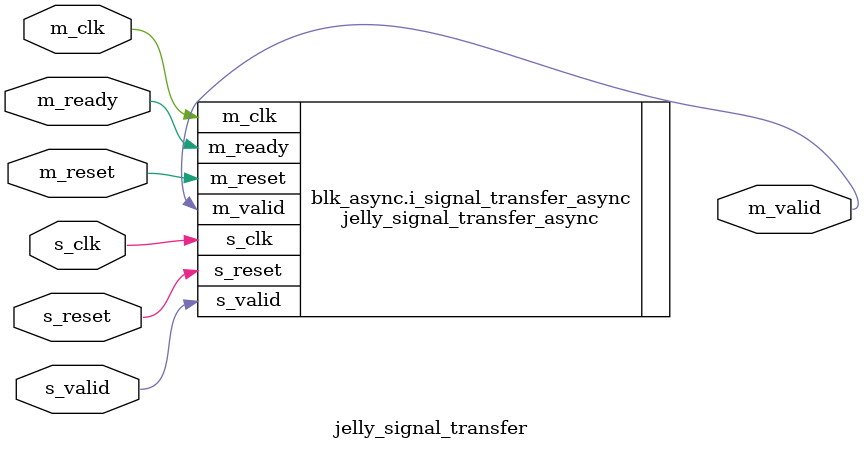
<source format=v>




`timescale 1ns / 1ps
`default_nettype none


// データを持たないFIFO的挙動のカウンタ
// データではなくシグナルの回数だけを伝えるための


module jelly_signal_transfer
        #(
            parameter ASYNC          = 1,
            parameter PTR_WIDTH      = 6,
            parameter CAPACITY_WIDTH = 8
        )
        (
            input   wire    s_reset,
            input   wire    s_clk,
            input   wire    s_valid,
            
            input   wire    m_reset,
            input   wire    m_clk,
            output  wire    m_valid,
            input   wire    m_ready
        );
    
    
    generate
    if ( ASYNC ) begin : blk_async
        jelly_signal_transfer_async
                #(
                    .PTR_WIDTH      (PTR_WIDTH),
                    .CAPACITY_WIDTH (CAPACITY_WIDTH)
                )
            i_signal_transfer_async
                (
                    .s_reset        (s_reset),
                    .s_clk          (s_clk),
                    .s_valid        (s_valid),
                    
                    .m_reset        (m_reset),
                    .m_clk          (m_clk),
                    .m_valid        (m_valid),
                    .m_ready        (m_ready)
                );
    end
    else begin : blk_sync
        jelly_signal_transfer_sync
                #(
                    .CAPACITY_WIDTH (CAPACITY_WIDTH)
                )
            i_signal_transfer_sync
                (
                    .reset          (s_reset),
                    .clk            (s_clk),
                    .s_valid        (s_valid),
                    
                    .m_valid        (m_valid),
                    .m_ready        (m_ready)
                );
    end
    endgenerate
endmodule


/*
// signal fifo
module jelly_signal_transfer
        #(
            parameter   ASYNC          = 1,
            parameter   CAPACITY_WIDTH = 8
        )
        (
            input   wire    s_reset,
            input   wire    s_clk,
            input   wire    s_valid,
            
            input   wire    m_reset,
            input   wire    m_clk,
            output  wire    m_valid,
            input   wire    m_ready
        );
    
    wire    [CAPACITY_WIDTH-1:0]    async_size;
    wire                            async_valid;
    
    jelly_capacity_async
            #(
                .ASYNC                  (ASYNC),
                .CAPACITY_WIDTH         (CAPACITY_WIDTH),
                .REQUEST_WIDTH          (1),
                .ISSUE_WIDTH            (CAPACITY_WIDTH),
                .REQUEST_SIZE_OFFSET    (1'b0),
                .ISSUE_SIZE_OFFSET      (1'b0),
                .INIT_REQUEST           ({CAPACITY_WIDTH{1'b0}})
            )
        i_capacity_async
            (
                .s_reset                (s_reset),
                .s_clk                  (s_clk),
                .s_request_size         (1'b1),
                .s_request_valid        (s_valid),
                .s_queued_request       (),
                
                .m_reset                (m_reset),
                .m_clk                  (m_clk),
                .m_issue_size           (async_size),
                .m_issue_valid          (async_valid),
                .m_issue_ready          (1'b1),
                .m_queued_request       ()
            );
    
    
    jelly_capacity_size_limitter
            #(
                .CAPACITY_WIDTH         (CAPACITY_WIDTH),
                .REQUEST_WIDTH          (CAPACITY_WIDTH),
                .ISSUE_WIDTH            (1),
                .REQUEST_SIZE_OFFSET    (1'b0),
                .ISSUE_SIZE_OFFSET      (1'b0)
            )
        i_capacity_size_limitter
            (
                .reset                  (m_reset),
                .clk                    (m_clk),
                .cke                    (1'b1),
                
                .max_issue_size         (1'b1),
                .queued_request         (),
                
                .s_request_size         (async_size),
                .s_request_valid        (async_valid),
                
                .m_issue_size           (),
                .m_issue_valid          (m_valid),
                .m_issue_ready          (m_ready)
            );
    
    
endmodule
*/


`default_nettype wire


// end of file

</source>
